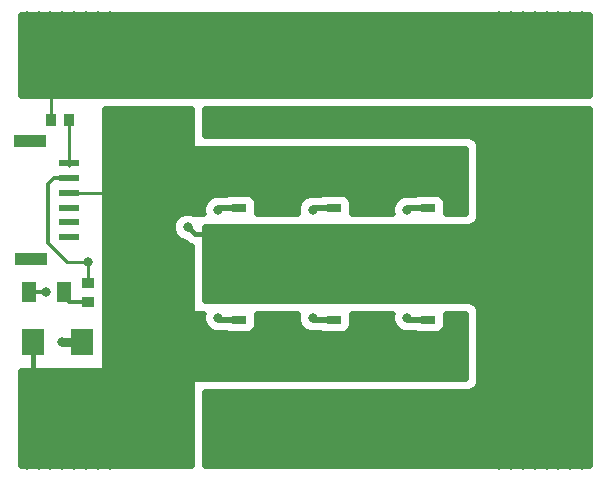
<source format=gbr>
%TF.GenerationSoftware,KiCad,Pcbnew,no-vcs-found*%
%TF.CreationDate,2017-10-06T12:39:31+10:30*%
%TF.ProjectId,antispark-pcb,616E7469737061726B2D7063622E6B69,1.0*%
%TF.SameCoordinates,Original*%
%TF.FileFunction,Copper,L1,Top,Signal*%
%TF.FilePolarity,Positive*%
%FSLAX46Y46*%
G04 Gerber Fmt 4.6, Leading zero omitted, Abs format (unit mm)*
G04 Created by KiCad (PCBNEW no-vcs-found) date Fri Oct  6 12:39:31 2017*
%MOMM*%
%LPD*%
G01*
G04 APERTURE LIST*
%TA.AperFunction,SMDPad,CuDef*%
%ADD10R,1.160000X1.820000*%
%TD*%
%TA.AperFunction,SMDPad,CuDef*%
%ADD11R,1.840000X2.220000*%
%TD*%
%TA.AperFunction,SMDPad,CuDef*%
%ADD12R,8.000000X5.000000*%
%TD*%
%TA.AperFunction,SMDPad,CuDef*%
%ADD13R,1.700000X0.600000*%
%TD*%
%TA.AperFunction,SMDPad,CuDef*%
%ADD14R,2.700000X1.000000*%
%TD*%
%TA.AperFunction,SMDPad,CuDef*%
%ADD15R,1.699260X1.099820*%
%TD*%
%TA.AperFunction,SMDPad,CuDef*%
%ADD16R,0.850900X1.099820*%
%TD*%
%TA.AperFunction,SMDPad,CuDef*%
%ADD17R,1.300480X0.701040*%
%TD*%
%TA.AperFunction,SMDPad,CuDef*%
%ADD18R,0.850000X0.980000*%
%TD*%
%TA.AperFunction,SMDPad,CuDef*%
%ADD19R,0.980000X0.850000*%
%TD*%
%TA.AperFunction,ViaPad*%
%ADD20C,0.800000*%
%TD*%
%TA.AperFunction,Conductor*%
%ADD21C,0.350000*%
%TD*%
%TA.AperFunction,Conductor*%
%ADD22C,0.400000*%
%TD*%
%TA.AperFunction,Conductor*%
%ADD23C,0.300000*%
%TD*%
%TA.AperFunction,Conductor*%
%ADD24C,0.250000*%
%TD*%
%TA.AperFunction,Conductor*%
%ADD25C,0.800000*%
%TD*%
%TA.AperFunction,Conductor*%
%ADD26C,0.500000*%
%TD*%
G04 APERTURE END LIST*
D10*
%TO.P,C1,1*%
%TO.N,GNDPWR*%
X101600000Y-124400000D03*
%TO.P,C1,2*%
%TO.N,Net-(C1-Pad2)*%
X104550000Y-124400000D03*
%TD*%
D11*
%TO.P,D1,C*%
%TO.N,GATE*%
X106085000Y-128600000D03*
%TO.P,D1,A*%
%TO.N,SW_OFF*%
X101915000Y-128600000D03*
%TD*%
D12*
%TO.P,P1,1*%
%TO.N,+BATT*%
X105000000Y-104000000D03*
%TD*%
%TO.P,P2,1*%
%TO.N,SW_OFF*%
X105000000Y-136000000D03*
%TD*%
D13*
%TO.P,P3,1*%
%TO.N,SW_ON*%
X105000000Y-113475000D03*
%TO.P,P3,2*%
%TO.N,GATE*%
X105000000Y-114725000D03*
%TO.P,P3,3*%
%TO.N,SW_OFF*%
X105000000Y-115975000D03*
%TO.P,P3,4*%
%TO.N,Net-(P3-Pad4)*%
X105000000Y-117225000D03*
%TO.P,P3,5*%
%TO.N,Net-(P3-Pad5)*%
X105000000Y-118475000D03*
%TO.P,P3,6*%
%TO.N,Net-(P3-Pad6)*%
X105000000Y-119725000D03*
D14*
%TO.P,P3,0*%
%TO.N,N/C*%
X101700000Y-111600000D03*
X101750000Y-121600000D03*
%TD*%
D12*
%TO.P,P4,1*%
%TO.N,+BATT*%
X145000000Y-104000000D03*
%TD*%
%TO.P,P5,1*%
%TO.N,GNDPWR*%
X145000000Y-136000000D03*
%TD*%
D15*
%TO.P,Q1,D*%
%TO.N,GNDPWR*%
X117200000Y-110500780D03*
X121599280Y-110500780D03*
X119399640Y-110500780D03*
X121599280Y-119500000D03*
X117200000Y-119500000D03*
X119399640Y-119500000D03*
D16*
%TO.P,Q1,S*%
%TO.N,SW_OFF*%
X121129380Y-113048400D03*
X121129380Y-115850020D03*
X117669900Y-113048400D03*
X117669900Y-115850020D03*
X118820520Y-113048400D03*
X119978760Y-113048400D03*
X119978760Y-115850020D03*
X118820520Y-115850020D03*
D17*
%TO.P,Q1,G*%
%TO.N,GATE*%
X119399640Y-117249560D03*
%TD*%
D15*
%TO.P,Q2,D*%
%TO.N,GNDPWR*%
X125200360Y-110501660D03*
X129599640Y-110501660D03*
X127400000Y-110501660D03*
X129599640Y-119500880D03*
X125200360Y-119500880D03*
X127400000Y-119500880D03*
D16*
%TO.P,Q2,S*%
%TO.N,SW_OFF*%
X129129740Y-113049280D03*
X129129740Y-115850900D03*
X125670260Y-113049280D03*
X125670260Y-115850900D03*
X126820880Y-113049280D03*
X127979120Y-113049280D03*
X127979120Y-115850900D03*
X126820880Y-115850900D03*
D17*
%TO.P,Q2,G*%
%TO.N,GATE*%
X127400000Y-117250440D03*
%TD*%
D15*
%TO.P,Q3,D*%
%TO.N,GNDPWR*%
X133200360Y-110501660D03*
X137599640Y-110501660D03*
X135400000Y-110501660D03*
X137599640Y-119500880D03*
X133200360Y-119500880D03*
X135400000Y-119500880D03*
D16*
%TO.P,Q3,S*%
%TO.N,SW_OFF*%
X137129740Y-113049280D03*
X137129740Y-115850900D03*
X133670260Y-113049280D03*
X133670260Y-115850900D03*
X134820880Y-113049280D03*
X135979120Y-113049280D03*
X135979120Y-115850900D03*
X134820880Y-115850900D03*
D17*
%TO.P,Q3,G*%
%TO.N,GATE*%
X135400000Y-117250440D03*
%TD*%
%TO.P,Q4,G*%
%TO.N,GATE*%
X119400000Y-126749560D03*
D16*
%TO.P,Q4,S*%
%TO.N,SW_OFF*%
X119979120Y-128149100D03*
X118820880Y-128149100D03*
X118820880Y-130950720D03*
X119979120Y-130950720D03*
X121129740Y-128149100D03*
X121129740Y-130950720D03*
X117670260Y-128149100D03*
X117670260Y-130950720D03*
D15*
%TO.P,Q4,D*%
%TO.N,GNDPWR*%
X119400000Y-124499120D03*
X121599640Y-124499120D03*
X117200360Y-124499120D03*
X119400000Y-133498340D03*
X117200360Y-133498340D03*
X121599640Y-133498340D03*
%TD*%
D17*
%TO.P,Q5,G*%
%TO.N,GATE*%
X127400000Y-126749560D03*
D16*
%TO.P,Q5,S*%
%TO.N,SW_OFF*%
X127979120Y-128149100D03*
X126820880Y-128149100D03*
X126820880Y-130950720D03*
X127979120Y-130950720D03*
X129129740Y-128149100D03*
X129129740Y-130950720D03*
X125670260Y-128149100D03*
X125670260Y-130950720D03*
D15*
%TO.P,Q5,D*%
%TO.N,GNDPWR*%
X127400000Y-124499120D03*
X129599640Y-124499120D03*
X125200360Y-124499120D03*
X127400000Y-133498340D03*
X125200360Y-133498340D03*
X129599640Y-133498340D03*
%TD*%
D17*
%TO.P,Q6,G*%
%TO.N,GATE*%
X135400000Y-126749560D03*
D16*
%TO.P,Q6,S*%
%TO.N,SW_OFF*%
X135979120Y-128149100D03*
X134820880Y-128149100D03*
X134820880Y-130950720D03*
X135979120Y-130950720D03*
X137129740Y-128149100D03*
X137129740Y-130950720D03*
X133670260Y-128149100D03*
X133670260Y-130950720D03*
D15*
%TO.P,Q6,D*%
%TO.N,GNDPWR*%
X135400000Y-124499120D03*
X137599640Y-124499120D03*
X133200360Y-124499120D03*
X135400000Y-133498340D03*
X133200360Y-133498340D03*
X137599640Y-133498340D03*
%TD*%
D18*
%TO.P,R1,1*%
%TO.N,+BATT*%
X103425000Y-109800000D03*
%TO.P,R1,2*%
%TO.N,SW_ON*%
X104975000Y-109800000D03*
%TD*%
D19*
%TO.P,R2,2*%
%TO.N,GATE*%
X106600000Y-123625000D03*
%TO.P,R2,1*%
%TO.N,Net-(C1-Pad2)*%
X106600000Y-125175000D03*
%TD*%
D20*
%TO.N,GNDPWR*%
X103000000Y-124400000D03*
X115000000Y-118900000D03*
X133200000Y-121000000D03*
X137600000Y-123000000D03*
X137600000Y-122000000D03*
X137600000Y-121000000D03*
X133200000Y-123000000D03*
X133200000Y-122000000D03*
X129600000Y-123000000D03*
X125200000Y-121000000D03*
X125200000Y-122000000D03*
X129600000Y-121000000D03*
X125200000Y-123000000D03*
X129600000Y-122000000D03*
X117200000Y-123000000D03*
X117200000Y-121000000D03*
X117200000Y-122000000D03*
X121600000Y-122000000D03*
X121600000Y-121000000D03*
X121600000Y-123000000D03*
X148400000Y-133000000D03*
X147400000Y-133000000D03*
X146400000Y-133000000D03*
X145400000Y-133000000D03*
X144400000Y-133000000D03*
X143400000Y-133000000D03*
X142400000Y-133000000D03*
X141400000Y-133000000D03*
X148400000Y-139000000D03*
X147400000Y-139000000D03*
X146400000Y-139000000D03*
X145400000Y-139000000D03*
X144400000Y-139000000D03*
X143400000Y-139000000D03*
X142400000Y-139000000D03*
X141400000Y-139000000D03*
%TO.N,GATE*%
X106600000Y-121800000D03*
X104400000Y-128600000D03*
X133600000Y-126600000D03*
X125600000Y-126600000D03*
X117600000Y-126600000D03*
X133600000Y-117400000D03*
X125600000Y-117400000D03*
X117600000Y-117400000D03*
%TO.N,+BATT*%
X103400000Y-107000000D03*
X143400000Y-107000000D03*
X148400000Y-107000000D03*
X141400000Y-107000000D03*
X141400000Y-101000000D03*
X146400000Y-101000000D03*
X143400000Y-101000000D03*
X148400000Y-101000000D03*
X142400000Y-101000000D03*
X145400000Y-101000000D03*
X142400000Y-107000000D03*
X145400000Y-107000000D03*
X147400000Y-107000000D03*
X147400000Y-101000000D03*
X146400000Y-107000000D03*
X144400000Y-101000000D03*
X144400000Y-107000000D03*
X108400000Y-107000000D03*
X107400000Y-107000000D03*
X106400000Y-107000000D03*
X105400000Y-107000000D03*
X104400000Y-107000000D03*
X102400000Y-107000000D03*
X101400000Y-107000000D03*
X108400000Y-101000000D03*
X107400000Y-101000000D03*
X106400000Y-101000000D03*
X105400000Y-101000000D03*
X104400000Y-101000000D03*
X103400000Y-101000000D03*
X102400000Y-101000000D03*
X101400000Y-101000000D03*
%TO.N,SW_OFF*%
X137100000Y-114400000D03*
X136000000Y-114400000D03*
X134800000Y-114400000D03*
X133600000Y-114400000D03*
X129200000Y-114400000D03*
X128000000Y-114400000D03*
X126800000Y-114400000D03*
X125600000Y-114400000D03*
X121200000Y-114400000D03*
X120000000Y-114400000D03*
X118800000Y-114400000D03*
X117600000Y-114400000D03*
X137200000Y-129500000D03*
X136000000Y-129500000D03*
X134900000Y-129500000D03*
X133700000Y-129500000D03*
X129100000Y-129500000D03*
X128000000Y-129500000D03*
X126800000Y-129500000D03*
X125600000Y-129500000D03*
X121200000Y-129500000D03*
X120000000Y-129500000D03*
X118800000Y-129500000D03*
X117600000Y-129500000D03*
X108400000Y-133000000D03*
X107400000Y-133000000D03*
X106400000Y-133000000D03*
X105400000Y-133000000D03*
X104400000Y-133000000D03*
X103400000Y-133000000D03*
X102400000Y-133000000D03*
X101400000Y-133000000D03*
X108400000Y-139000000D03*
X107400000Y-139000000D03*
X106400000Y-139000000D03*
X105400000Y-139000000D03*
X104400000Y-139000000D03*
X103400000Y-139000000D03*
X102400000Y-139000000D03*
X101400000Y-139000000D03*
%TD*%
D21*
%TO.N,GNDPWR*%
X101600000Y-124400000D02*
X103000000Y-124400000D01*
D22*
X117200000Y-119500000D02*
X115600000Y-119500000D01*
X115600000Y-119500000D02*
X115000000Y-118900000D01*
D23*
%TO.N,Net-(C1-Pad2)*%
X106600000Y-125175000D02*
X105025000Y-125175000D01*
D24*
X105025000Y-125175000D02*
X105000000Y-125200000D01*
D23*
X105000000Y-125200000D02*
X105000000Y-124850000D01*
X105000000Y-124850000D02*
X104550000Y-124400000D01*
D24*
%TO.N,GATE*%
X106600000Y-121800000D02*
X104800000Y-121800000D01*
X104800000Y-121800000D02*
X103200000Y-120200000D01*
X106600000Y-123625000D02*
X106600000Y-121800000D01*
D25*
X106085000Y-128600000D02*
X104400000Y-128600000D01*
D24*
X106600000Y-123625000D02*
X106600000Y-123600000D01*
D23*
X103200000Y-120200000D02*
X103200000Y-115200000D01*
X103200000Y-115200000D02*
X103675000Y-114725000D01*
X103675000Y-114725000D02*
X105000000Y-114725000D01*
D26*
X135400000Y-126749560D02*
X133749560Y-126749560D01*
X133749560Y-126749560D02*
X133600000Y-126600000D01*
X127400000Y-126749560D02*
X125749560Y-126749560D01*
X125749560Y-126749560D02*
X125600000Y-126600000D01*
X119400000Y-126749560D02*
X117749560Y-126749560D01*
X117749560Y-126749560D02*
X117600000Y-126600000D01*
X135400000Y-117250440D02*
X133749560Y-117250440D01*
X133749560Y-117250440D02*
X133600000Y-117400000D01*
X127400000Y-117250440D02*
X125749560Y-117250440D01*
X125749560Y-117250440D02*
X125600000Y-117400000D01*
X119400000Y-117250440D02*
X117749560Y-117250440D01*
X117749560Y-117250440D02*
X117600000Y-117400000D01*
D24*
%TO.N,+BATT*%
X103425000Y-109800000D02*
X103425000Y-107025000D01*
X103425000Y-107025000D02*
X103400000Y-107000000D01*
X103425000Y-105575000D02*
X105000000Y-104000000D01*
%TO.N,SW_ON*%
X104975000Y-109800000D02*
X104975000Y-113450000D01*
X104975000Y-113450000D02*
X105000000Y-113475000D01*
X104975000Y-113650000D02*
X105000000Y-113675000D01*
%TO.N,SW_OFF*%
X105000000Y-115975000D02*
X105575000Y-115975000D01*
X116200000Y-116000000D02*
X116349100Y-115850900D01*
X105575000Y-115975000D02*
X105600000Y-116000000D01*
X105600000Y-116000000D02*
X116200000Y-116000000D01*
X116349100Y-115850900D02*
X117670260Y-115850900D01*
D22*
X101915000Y-128600000D02*
X101915000Y-132915000D01*
%TD*%
D26*
%TO.N,+BATT*%
G36*
X149075000Y-107750000D02*
X100925000Y-107750000D01*
X100925000Y-100925000D01*
X149075000Y-100925000D01*
X149075000Y-107750000D01*
X149075000Y-107750000D01*
G37*
X149075000Y-107750000D02*
X100925000Y-107750000D01*
X100925000Y-100925000D01*
X149075000Y-100925000D01*
X149075000Y-107750000D01*
%TO.N,GNDPWR*%
G36*
X149075000Y-139075000D02*
X116450000Y-139075000D01*
X116450000Y-132850000D01*
X138800000Y-132850000D01*
X139125281Y-132785298D01*
X139401041Y-132601041D01*
X139585298Y-132325281D01*
X139650000Y-132000000D01*
X139650000Y-126000000D01*
X139585298Y-125674719D01*
X139401041Y-125398959D01*
X139125281Y-125214702D01*
X138800000Y-125150000D01*
X116450000Y-125150000D01*
X116450000Y-118850000D01*
X138800000Y-118850000D01*
X139125281Y-118785298D01*
X139401041Y-118601041D01*
X139585298Y-118325281D01*
X139650000Y-118000000D01*
X139650000Y-112000000D01*
X139585298Y-111674719D01*
X139401041Y-111398959D01*
X139125281Y-111214702D01*
X138800000Y-111150000D01*
X116450000Y-111150000D01*
X116450000Y-108850000D01*
X149075000Y-108850000D01*
X149075000Y-139075000D01*
X149075000Y-139075000D01*
G37*
X149075000Y-139075000D02*
X116450000Y-139075000D01*
X116450000Y-132850000D01*
X138800000Y-132850000D01*
X139125281Y-132785298D01*
X139401041Y-132601041D01*
X139585298Y-132325281D01*
X139650000Y-132000000D01*
X139650000Y-126000000D01*
X139585298Y-125674719D01*
X139401041Y-125398959D01*
X139125281Y-125214702D01*
X138800000Y-125150000D01*
X116450000Y-125150000D01*
X116450000Y-118850000D01*
X138800000Y-118850000D01*
X139125281Y-118785298D01*
X139401041Y-118601041D01*
X139585298Y-118325281D01*
X139650000Y-118000000D01*
X139650000Y-112000000D01*
X139585298Y-111674719D01*
X139401041Y-111398959D01*
X139125281Y-111214702D01*
X138800000Y-111150000D01*
X116450000Y-111150000D01*
X116450000Y-108850000D01*
X149075000Y-108850000D01*
X149075000Y-139075000D01*
%TO.N,SW_OFF*%
G36*
X115350000Y-112000000D02*
X115369030Y-112095671D01*
X115423223Y-112176777D01*
X115504329Y-112230970D01*
X115600000Y-112250000D01*
X138550000Y-112250000D01*
X138550000Y-117750000D01*
X136887246Y-117750000D01*
X136916892Y-117600960D01*
X136916892Y-116899920D01*
X136850922Y-116568267D01*
X136663056Y-116287104D01*
X136381893Y-116099238D01*
X136050240Y-116033268D01*
X134749760Y-116033268D01*
X134418107Y-116099238D01*
X134341477Y-116150440D01*
X133850268Y-116150440D01*
X133849731Y-116150217D01*
X133352450Y-116149783D01*
X132892857Y-116339684D01*
X132540919Y-116691007D01*
X132350217Y-117150269D01*
X132349783Y-117647550D01*
X132392115Y-117750000D01*
X128887246Y-117750000D01*
X128916892Y-117600960D01*
X128916892Y-116899920D01*
X128850922Y-116568267D01*
X128663056Y-116287104D01*
X128381893Y-116099238D01*
X128050240Y-116033268D01*
X126749760Y-116033268D01*
X126418107Y-116099238D01*
X126341477Y-116150440D01*
X125850268Y-116150440D01*
X125849731Y-116150217D01*
X125352450Y-116149783D01*
X124892857Y-116339684D01*
X124540919Y-116691007D01*
X124350217Y-117150269D01*
X124349783Y-117647550D01*
X124392115Y-117750000D01*
X120886711Y-117750000D01*
X120916532Y-117600080D01*
X120916532Y-116899040D01*
X120850562Y-116567387D01*
X120662696Y-116286224D01*
X120381533Y-116098358D01*
X120049880Y-116032388D01*
X118749400Y-116032388D01*
X118417747Y-116098358D01*
X118339800Y-116150440D01*
X117850268Y-116150440D01*
X117849731Y-116150217D01*
X117352450Y-116149783D01*
X116892857Y-116339684D01*
X116540919Y-116691007D01*
X116350217Y-117150269D01*
X116349783Y-117647550D01*
X116392115Y-117750000D01*
X115600000Y-117750000D01*
X115525651Y-117764789D01*
X115249731Y-117650217D01*
X114752450Y-117649783D01*
X114292857Y-117839684D01*
X113940919Y-118191007D01*
X113750217Y-118650269D01*
X113749783Y-119147550D01*
X113939684Y-119607143D01*
X114291007Y-119959081D01*
X114750269Y-120149783D01*
X114764872Y-120149796D01*
X114857538Y-120242462D01*
X115198182Y-120470074D01*
X115350000Y-120500272D01*
X115350000Y-126000000D01*
X115369030Y-126095671D01*
X115423223Y-126176777D01*
X115504329Y-126230970D01*
X115600000Y-126250000D01*
X116391852Y-126250000D01*
X116350217Y-126350269D01*
X116349783Y-126847550D01*
X116539684Y-127307143D01*
X116891007Y-127659081D01*
X117350269Y-127849783D01*
X117847550Y-127850217D01*
X117849140Y-127849560D01*
X118341477Y-127849560D01*
X118418107Y-127900762D01*
X118749760Y-127966732D01*
X120050240Y-127966732D01*
X120381893Y-127900762D01*
X120663056Y-127712896D01*
X120850922Y-127431733D01*
X120916892Y-127100080D01*
X120916892Y-126399040D01*
X120887246Y-126250000D01*
X124391852Y-126250000D01*
X124350217Y-126350269D01*
X124349783Y-126847550D01*
X124539684Y-127307143D01*
X124891007Y-127659081D01*
X125350269Y-127849783D01*
X125847550Y-127850217D01*
X125849140Y-127849560D01*
X126341477Y-127849560D01*
X126418107Y-127900762D01*
X126749760Y-127966732D01*
X128050240Y-127966732D01*
X128381893Y-127900762D01*
X128663056Y-127712896D01*
X128850922Y-127431733D01*
X128916892Y-127100080D01*
X128916892Y-126399040D01*
X128887246Y-126250000D01*
X132391852Y-126250000D01*
X132350217Y-126350269D01*
X132349783Y-126847550D01*
X132539684Y-127307143D01*
X132891007Y-127659081D01*
X133350269Y-127849783D01*
X133847550Y-127850217D01*
X133849140Y-127849560D01*
X134341477Y-127849560D01*
X134418107Y-127900762D01*
X134749760Y-127966732D01*
X136050240Y-127966732D01*
X136381893Y-127900762D01*
X136663056Y-127712896D01*
X136850922Y-127431733D01*
X136916892Y-127100080D01*
X136916892Y-126399040D01*
X136887246Y-126250000D01*
X138550000Y-126250000D01*
X138550000Y-131750000D01*
X115600000Y-131750000D01*
X115504329Y-131769030D01*
X115423223Y-131823223D01*
X115369030Y-131904329D01*
X115350000Y-132000000D01*
X115350000Y-139075000D01*
X100925000Y-139075000D01*
X100925000Y-131050000D01*
X107800000Y-131050000D01*
X107895671Y-131030970D01*
X107976777Y-130976777D01*
X108030970Y-130895671D01*
X108050000Y-130800000D01*
X108050000Y-108850000D01*
X115350000Y-108850000D01*
X115350000Y-112000000D01*
X115350000Y-112000000D01*
G37*
X115350000Y-112000000D02*
X115369030Y-112095671D01*
X115423223Y-112176777D01*
X115504329Y-112230970D01*
X115600000Y-112250000D01*
X138550000Y-112250000D01*
X138550000Y-117750000D01*
X136887246Y-117750000D01*
X136916892Y-117600960D01*
X136916892Y-116899920D01*
X136850922Y-116568267D01*
X136663056Y-116287104D01*
X136381893Y-116099238D01*
X136050240Y-116033268D01*
X134749760Y-116033268D01*
X134418107Y-116099238D01*
X134341477Y-116150440D01*
X133850268Y-116150440D01*
X133849731Y-116150217D01*
X133352450Y-116149783D01*
X132892857Y-116339684D01*
X132540919Y-116691007D01*
X132350217Y-117150269D01*
X132349783Y-117647550D01*
X132392115Y-117750000D01*
X128887246Y-117750000D01*
X128916892Y-117600960D01*
X128916892Y-116899920D01*
X128850922Y-116568267D01*
X128663056Y-116287104D01*
X128381893Y-116099238D01*
X128050240Y-116033268D01*
X126749760Y-116033268D01*
X126418107Y-116099238D01*
X126341477Y-116150440D01*
X125850268Y-116150440D01*
X125849731Y-116150217D01*
X125352450Y-116149783D01*
X124892857Y-116339684D01*
X124540919Y-116691007D01*
X124350217Y-117150269D01*
X124349783Y-117647550D01*
X124392115Y-117750000D01*
X120886711Y-117750000D01*
X120916532Y-117600080D01*
X120916532Y-116899040D01*
X120850562Y-116567387D01*
X120662696Y-116286224D01*
X120381533Y-116098358D01*
X120049880Y-116032388D01*
X118749400Y-116032388D01*
X118417747Y-116098358D01*
X118339800Y-116150440D01*
X117850268Y-116150440D01*
X117849731Y-116150217D01*
X117352450Y-116149783D01*
X116892857Y-116339684D01*
X116540919Y-116691007D01*
X116350217Y-117150269D01*
X116349783Y-117647550D01*
X116392115Y-117750000D01*
X115600000Y-117750000D01*
X115525651Y-117764789D01*
X115249731Y-117650217D01*
X114752450Y-117649783D01*
X114292857Y-117839684D01*
X113940919Y-118191007D01*
X113750217Y-118650269D01*
X113749783Y-119147550D01*
X113939684Y-119607143D01*
X114291007Y-119959081D01*
X114750269Y-120149783D01*
X114764872Y-120149796D01*
X114857538Y-120242462D01*
X115198182Y-120470074D01*
X115350000Y-120500272D01*
X115350000Y-126000000D01*
X115369030Y-126095671D01*
X115423223Y-126176777D01*
X115504329Y-126230970D01*
X115600000Y-126250000D01*
X116391852Y-126250000D01*
X116350217Y-126350269D01*
X116349783Y-126847550D01*
X116539684Y-127307143D01*
X116891007Y-127659081D01*
X117350269Y-127849783D01*
X117847550Y-127850217D01*
X117849140Y-127849560D01*
X118341477Y-127849560D01*
X118418107Y-127900762D01*
X118749760Y-127966732D01*
X120050240Y-127966732D01*
X120381893Y-127900762D01*
X120663056Y-127712896D01*
X120850922Y-127431733D01*
X120916892Y-127100080D01*
X120916892Y-126399040D01*
X120887246Y-126250000D01*
X124391852Y-126250000D01*
X124350217Y-126350269D01*
X124349783Y-126847550D01*
X124539684Y-127307143D01*
X124891007Y-127659081D01*
X125350269Y-127849783D01*
X125847550Y-127850217D01*
X125849140Y-127849560D01*
X126341477Y-127849560D01*
X126418107Y-127900762D01*
X126749760Y-127966732D01*
X128050240Y-127966732D01*
X128381893Y-127900762D01*
X128663056Y-127712896D01*
X128850922Y-127431733D01*
X128916892Y-127100080D01*
X128916892Y-126399040D01*
X128887246Y-126250000D01*
X132391852Y-126250000D01*
X132350217Y-126350269D01*
X132349783Y-126847550D01*
X132539684Y-127307143D01*
X132891007Y-127659081D01*
X133350269Y-127849783D01*
X133847550Y-127850217D01*
X133849140Y-127849560D01*
X134341477Y-127849560D01*
X134418107Y-127900762D01*
X134749760Y-127966732D01*
X136050240Y-127966732D01*
X136381893Y-127900762D01*
X136663056Y-127712896D01*
X136850922Y-127431733D01*
X136916892Y-127100080D01*
X136916892Y-126399040D01*
X136887246Y-126250000D01*
X138550000Y-126250000D01*
X138550000Y-131750000D01*
X115600000Y-131750000D01*
X115504329Y-131769030D01*
X115423223Y-131823223D01*
X115369030Y-131904329D01*
X115350000Y-132000000D01*
X115350000Y-139075000D01*
X100925000Y-139075000D01*
X100925000Y-131050000D01*
X107800000Y-131050000D01*
X107895671Y-131030970D01*
X107976777Y-130976777D01*
X108030970Y-130895671D01*
X108050000Y-130800000D01*
X108050000Y-108850000D01*
X115350000Y-108850000D01*
X115350000Y-112000000D01*
%TD*%
M02*

</source>
